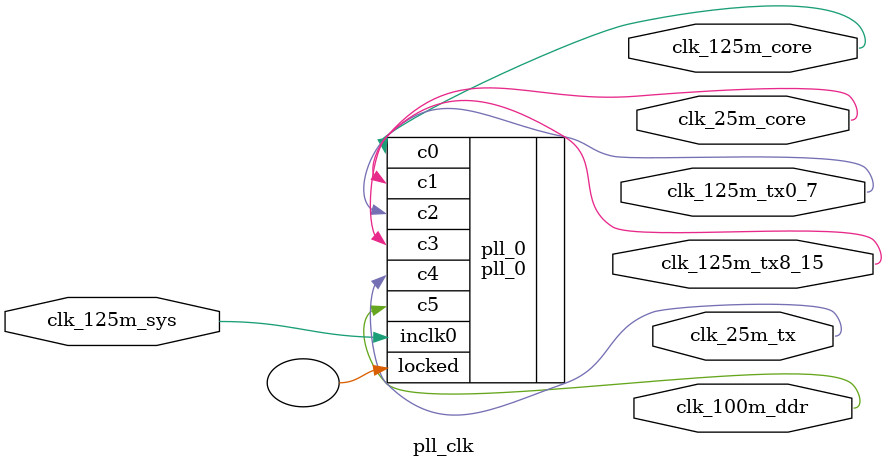
<source format=v>
`timescale 1ns/1ns
module pll_clk(
   clk_125m_sys,
   clk_125m_core,
   clk_25m_core,
   clk_125m_tx0_7,
   clk_125m_tx8_15,
   clk_25m_tx,
	clk_100m_ddr
  );
  input clk_125m_sys;
  output clk_125m_tx0_7;
  output clk_125m_core;
  output clk_25m_core;
  output clk_125m_tx8_15;
  output clk_25m_tx;
  output clk_100m_ddr;
wire clk_125m_tx0_7;
wire clk_125m_core;
wire clk_25m_core;
wire clk_125m_tx8_15;
wire clk_25m_tx;
wire clk_100m_ddr;
pll_0 pll_0(
	.inclk0(clk_125m_sys),//125M  sys
	.c0(clk_125m_core),
	.c1(clk_25m_core),
	.c2(clk_125m_tx0_7),//port tx clk 0-7;
	.c3(clk_125m_tx8_15),//port tx clk 8-15;
	.c4(clk_25m_tx),
	.c5(clk_100m_ddr),
	.locked());   
endmodule 
</source>
